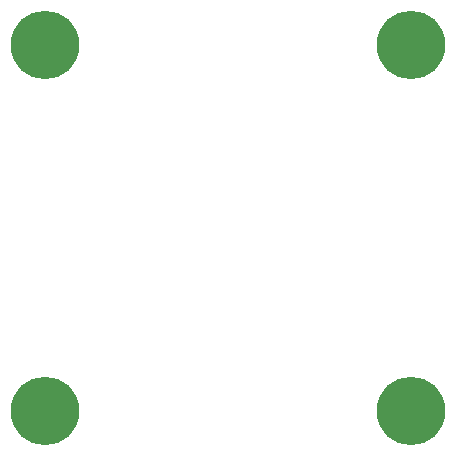
<source format=gbr>
%TF.GenerationSoftware,KiCad,Pcbnew,7.0.9*%
%TF.CreationDate,2024-01-18T20:35:56-05:00*%
%TF.ProjectId,mt6835-nema17,6d743638-3335-42d6-9e65-6d6131372e6b,rev?*%
%TF.SameCoordinates,PX85e0760PY599de50*%
%TF.FileFunction,Soldermask,Bot*%
%TF.FilePolarity,Negative*%
%FSLAX46Y46*%
G04 Gerber Fmt 4.6, Leading zero omitted, Abs format (unit mm)*
G04 Created by KiCad (PCBNEW 7.0.9) date 2024-01-18 20:35:56*
%MOMM*%
%LPD*%
G01*
G04 APERTURE LIST*
%ADD10C,5.800000*%
G04 APERTURE END LIST*
D10*
%TO.C,H101*%
X-15500000Y15500000D03*
X-15500000Y-15500000D03*
X15500000Y15500000D03*
X15500000Y-15500000D03*
%TD*%
M02*

</source>
